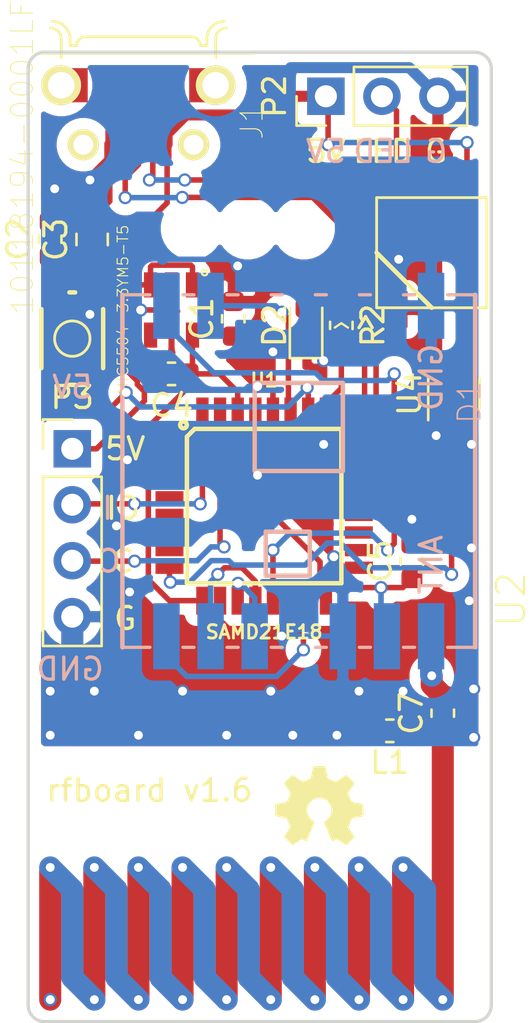
<source format=kicad_pcb>
(kicad_pcb (version 20211014) (generator pcbnew)
  (layers (0 "F.Cu" signal) (31 "B.Cu" signal) (34 "B.Paste" user) (35 "F.Paste" user) (36 "B.SilkS" user "B.Silkscreen") (37 "F.SilkS" user "F.Silkscreen") (38 "B.Mask" user) (39 "F.Mask" user) (44 "Edge.Cuts" user))
  (net 0 "")
  (net 1 "+3V3")
  (net 2 "GND")
  (net 3 "+5V")
  (net 4 "Net-(C6-Pad2)")
  (net 5 "ANTENNA")
  (net 6 "LED_EXTERNAL")
  (net 7 "Net-(D1-Pad4)")
  (net 8 "USB_D-")
  (net 9 "USB_D+")
  (net 10 "Net-(D2-Pad2)")
  (net 11 "SIMPLE_LED")
  (net 12 "LED_INTERNAL")
  (net 13 "RADIO_MOSI")
  (net 14 "RADIO_SCK")
  (net 15 "RADIO_MISO")
  (net 16 "RADIO_NSS")
  (net 17 "RESET_SW")
  (net 18 "RADIO_DIO0")
  (net 19 "ARM_SWCLK")
  (net 20 "ARM_SWDIO")
  (footprint "Capacitor_SMD:C_0805_2012Metric" (layer "F.Cu") (at 103.9 101.5 90)
    (fp_text reference "C3" (at 0 -1.65 90) (layer "F.SilkS"))
    (fp_text value "10uF")
    (pad "1" smd roundrect locked (at -0.9375 0 90) (size 0.975 1.4) (layers "F.Cu" "F.Paste" "F.Mask") (net 3 "+5V"))
    (pad "2" smd roundrect locked (at 0.9375 0 90) (size 0.975 1.4) (layers "F.Cu" "F.Paste" "F.Mask") (net 2 "GND"))
  )
  (footprint "Package_TO_SOT_SMD:SOT-353_SC-70-5" (layer "F.Cu") (at 120.3 108.5 90)
    (fp_text reference "U4" (at 0 -2 90) (layer "F.SilkS"))
    (fp_text value "74LVC1G125")
    (pad "1" smd rect locked (at -0.95 -0.65 90) (size 0.65 0.4) (layers "F.Cu" "F.Paste" "F.Mask") (net 2 "GND"))
    (pad "2" smd rect locked (at -0.95 0 90) (size 0.65 0.4) (layers "F.Cu" "F.Paste" "F.Mask") (net 12 "LED_INTERNAL"))
    (pad "3" smd rect locked (at -0.95 0.65 90) (size 0.65 0.4) (layers "F.Cu" "F.Paste" "F.Mask") (net 2 "GND"))
    (pad "4" smd rect locked (at 0.95 0.65 90) (size 0.65 0.4) (layers "F.Cu" "F.Paste" "F.Mask") (net 7 "Net-(D1-Pad4)"))
    (pad "5" smd rect locked (at 0.95 -0.65 90) (size 0.65 0.4) (layers "F.Cu" "F.Paste" "F.Mask") (net 3 "+5V"))
  )
  (footprint "Capacitor_SMD:C_0603_1608Metric" (layer "F.Cu") (at 110.3 105.1 90)
    (fp_text reference "C1" (at 0 -1.43 90) (layer "F.SilkS"))
    (fp_text value "1uF")
    (pad "1" smd roundrect locked (at -0.7875 0 90) (size 0.875 0.95) (layers "F.Cu" "F.Paste" "F.Mask") (net 1 "+3V3"))
    (pad "2" smd roundrect locked (at 0.7875 0 90) (size 0.875 0.95) (layers "F.Cu" "F.Paste" "F.Mask") (net 2 "GND"))
  )
  (footprint "Capacitor_SMD:C_0603_1608Metric" (layer "F.Cu") (at 102 101.4875 90)
    (fp_text reference "C2" (at 0 -1.43 90) (layer "F.SilkS"))
    (fp_text value "1uF")
    (pad "1" smd roundrect locked (at -0.7875 0 90) (size 0.875 0.95) (layers "F.Cu" "F.Paste" "F.Mask") (net 3 "+5V"))
    (pad "2" smd roundrect locked (at 0.7875 0 90) (size 0.875 0.95) (layers "F.Cu" "F.Paste" "F.Mask") (net 2 "GND"))
  )
  (footprint "Capacitor_SMD:C_0603_1608Metric" (layer "F.Cu") (at 107.5 107.6 180)
    (fp_text reference "C4" (at 0 -1.43) (layer "F.SilkS"))
    (fp_text value "1uF")
    (pad "1" smd roundrect locked (at -0.7875 0 180) (size 0.875 0.95) (layers "F.Cu" "F.Paste" "F.Mask") (net 1 "+3V3"))
    (pad "2" smd roundrect locked (at 0.7875 0 180) (size 0.875 0.95) (layers "F.Cu" "F.Paste" "F.Mask") (net 2 "GND"))
  )
  (footprint "Capacitor_SMD:C_0603_1608Metric" (layer "F.Cu") (at 118.4 116.1 90)
    (fp_text reference "C5" (at 0 -1.43 90) (layer "F.SilkS"))
    (fp_text value "1uF")
    (pad "1" smd roundrect locked (at -0.7875 0 90) (size 0.875 0.95) (layers "F.Cu" "F.Paste" "F.Mask") (net 1 "+3V3"))
    (pad "2" smd roundrect locked (at 0.7875 0 90) (size 0.875 0.95) (layers "F.Cu" "F.Paste" "F.Mask") (net 2 "GND"))
  )
  (footprint "Capacitor_SMD:C_0603_1608Metric" (layer "F.Cu") (at 119.8 123 90)
    (fp_text reference "C7" (at 0 -1.43 90) (layer "F.SilkS"))
    (fp_text value "1pF")
    (pad "1" smd roundrect locked (at -0.7875 0 90) (size 0.875 0.95) (layers "F.Cu" "F.Paste" "F.Mask") (net 5 "ANTENNA"))
    (pad "2" smd roundrect locked (at 0.7875 0 90) (size 0.875 0.95) (layers "F.Cu" "F.Paste" "F.Mask") (net 4 "Net-(C6-Pad2)"))
  )
  (footprint "homebrew:WS2812B" (layer "F.Cu") (at 119.3 102.1 -90)
    (fp_text reference "D1" (at 6.79196 -1.70688 90) (layer "B.SilkS") (effects (font (size 1.016 1.016) (thickness 0.0762))))
    (fp_text value "WS2812B")
    (pad "1" smd rect locked (at -2.57556 -1.59766 270) (size 1.651 0.99822) (layers "F.Cu" "F.Paste" "F.Mask") (net 3 "+5V"))
    (pad "2" smd rect locked (at -2.57556 1.59766 270) (size 1.651 0.99822) (layers "F.Cu" "F.Paste" "F.Mask") (net 6 "LED_EXTERNAL"))
    (pad "3" smd rect locked (at 2.57556 1.59766 270) (size 1.651 0.99822) (layers "F.Cu" "F.Paste" "F.Mask") (net 2 "GND"))
    (pad "4" smd rect locked (at 2.57556 -1.59766 270) (size 1.651 0.99822) (layers "F.Cu" "F.Paste" "F.Mask") (net 7 "Net-(D1-Pad4)"))
  )
  (footprint "homebrew:3_pin_2.54mm_pitch_strain_relief" (layer "F.Cu") (at 110.96 101)
    (fp_text reference "H3" hide)
    (fp_text value "STRAIN_RELIEF" hide)
    (pad "" np_thru_hole circle locked (at -2.54 0) (size 1.8 1.8) (drill 1.8) (layers *.Cu *.Mask))
    (pad "" np_thru_hole circle locked (at 0 0) (size 1.8 1.8) (drill 1.8) (layers *.Cu *.Mask))
    (pad "" np_thru_hole circle locked (at 2.54 0) (size 1.8 1.8) (drill 1.8) (layers *.Cu *.Mask))
  )
  (footprint "homebrew:FRAMATOME_10118194-0001LF_fixed_bridges" (layer "F.Cu") (at 106 94.5 180)
    (fp_text reference "J1" (at -5.14371 -1.64279 90) (layer "F.SilkS") (effects (font (size 1.0017 1.0017) (thickness 0.05))))
    (fp_text value "10118194-0001LF" (at 5.26804 -3.27689 90) (layer "F.SilkS") (effects (font (size 1.00058 1.00058) (thickness 0.05))))
    (pad "1" smd rect locked (at -1.3 -2.675) (size 0.4 1.35) (layers "F.Cu" "F.Paste" "F.Mask") (net 3 "+5V"))
    (pad "2" smd rect locked (at -0.65 -2.675) (size 0.4 1.35) (layers "F.Cu" "F.Paste" "F.Mask") (net 8 "USB_D-"))
    (pad "3" smd rect locked (at 0 -2.675) (size 0.4 1.35) (layers "F.Cu" "F.Paste" "F.Mask") (net 9 "USB_D+"))
    (pad "4" smd rect locked (at 0.65 -2.675) (size 0.4 1.35) (layers "F.Cu" "F.Paste" "F.Mask"))
    (pad "5" smd rect locked (at 1.3 -2.675) (size 0.4 1.35) (layers "F.Cu" "F.Paste" "F.Mask") (net 2 "GND"))
    (pad "P$6" thru_hole circle locked (at -2.5 -2.7 180) (size 1.408 1.408) (drill 0.9) (layers *.Cu *.Mask "F.SilkS"))
    (pad "P$7" thru_hole circle locked (at 2.5 -2.7 180) (size 1.408 1.408) (drill 0.9) (layers *.Cu *.Mask "F.SilkS"))
    (pad "P$8" thru_hole circle locked (at -3.5 0 180) (size 1.8 1.8) (drill 1.2) (layers *.Cu *.Mask "F.SilkS"))
    (pad "P$9" thru_hole circle locked (at 3.5 0 180) (size 1.8 1.8) (drill 1.2) (layers *.Cu *.Mask "F.SilkS"))
    (pad "P$10" smd rect locked (at -1 0 180) (size 1.5 1.55) (layers "F.Cu" "F.Paste" "F.Mask"))
    (pad "P$11" smd rect locked (at 1 0 180) (size 1.5 1.55) (layers "F.Cu" "F.Paste" "F.Mask"))
    (pad "P$12" smd rect locked (at -3.05 0 180) (size 1.5 1.55) (layers "F.Cu" "F.Paste" "F.Mask"))
    (pad "P$13" smd rect locked (at 3.05 0 180) (size 1.5 1.55) (layers "F.Cu" "F.Paste" "F.Mask"))
  )
  (footprint "Inductor_SMD:L_0603_1608Metric" (layer "F.Cu") (at 117.4 123.8 180)
    (fp_text reference "L1" (at 0 -1.43) (layer "F.SilkS"))
    (fp_text value "10nH")
    (pad "1" smd roundrect locked (at -0.7875 0 180) (size 0.875 0.95) (layers "F.Cu" "F.Paste" "F.Mask") (net 5 "ANTENNA"))
    (pad "2" smd roundrect locked (at 0.7875 0 180) (size 0.875 0.95) (layers "F.Cu" "F.Paste" "F.Mask") (net 2 "GND"))
  )
  (footprint "Resistor_SMD:R_0603_1608Metric" (layer "F.Cu") (at 115.2 105.4 -90)
    (fp_text reference "R2" (at 0 -1.43 90) (layer "F.SilkS"))
    (fp_text value "1k")
    (pad "1" smd roundrect locked (at -0.7875 0 270) (size 0.875 0.95) (layers "F.Cu" "F.Paste" "F.Mask") (net 10 "Net-(D2-Pad2)"))
    (pad "2" smd roundrect locked (at 0.7875 0 270) (size 0.875 0.95) (layers "F.Cu" "F.Paste" "F.Mask") (net 11 "SIMPLE_LED"))
  )
  (footprint "Sparkfun-Silicon-Standard:TQFP32-08" (layer "F.Cu") (at 111.7 113.6)
    (fp_text reference "U1" (at 0 -5.715) (layer "F.SilkS") (effects (font (size 0.6096 0.6096) (thickness 0.127))))
    (fp_text value "SAMD21E18" (at 0 5.715) (layer "F.SilkS") (effects (font (size 0.6096 0.6096) (thickness 0.127))))
    (pad "1" smd rect locked (at -4.2926 -2.79908) (size 1.27 0.5588) (layers "F.Cu" "F.Paste" "F.Mask"))
    (pad "2" smd rect locked (at -4.2926 -1.99898) (size 1.27 0.5588) (layers "F.Cu" "F.Paste" "F.Mask"))
    (pad "3" smd rect locked (at -4.2926 -1.19888) (size 1.27 0.5588) (layers "F.Cu" "F.Paste" "F.Mask"))
    (pad "4" smd rect locked (at -4.2926 -0.39878) (size 1.27 0.5588) (layers "F.Cu" "F.Paste" "F.Mask"))
    (pad "5" smd rect locked (at -4.2926 0.39878) (size 1.27 0.5588) (layers "F.Cu" "F.Paste" "F.Mask"))
    (pad "6" smd rect locked (at -4.2926 1.19888) (size 1.27 0.5588) (layers "F.Cu" "F.Paste" "F.Mask"))
    (pad "7" smd rect locked (at -4.2926 1.99898) (size 1.27 0.5588) (layers "F.Cu" "F.Paste" "F.Mask"))
    (pad "8" smd rect locked (at -4.2926 2.79908) (size 1.27 0.5588) (layers "F.Cu" "F.Paste" "F.Mask") (net 12 "LED_INTERNAL"))
    (pad "9" smd rect locked (at -2.79908 4.2926) (size 0.5588 1.27) (layers "F.Cu" "F.Paste" "F.Mask") (net 1 "+3V3"))
    (pad "10" smd rect locked (at -1.99898 4.2926) (size 0.5588 1.27) (layers "F.Cu" "F.Paste" "F.Mask") (net 2 "GND"))
    (pad "11" smd rect locked (at -1.19888 4.2926) (size 0.5588 1.27) (layers "F.Cu" "F.Paste" "F.Mask") (net 13 "RADIO_MOSI"))
    (pad "12" smd rect locked (at -0.39878 4.2926) (size 0.5588 1.27) (layers "F.Cu" "F.Paste" "F.Mask") (net 14 "RADIO_SCK"))
    (pad "13" smd rect locked (at 0.39878 4.2926) (size 0.5588 1.27) (layers "F.Cu" "F.Paste" "F.Mask") (net 15 "RADIO_MISO"))
    (pad "14" smd rect locked (at 1.19888 4.2926) (size 0.5588 1.27) (layers "F.Cu" "F.Paste" "F.Mask") (net 16 "RADIO_NSS"))
    (pad "15" smd rect locked (at 1.99898 4.2926) (size 0.5588 1.27) (layers "F.Cu" "F.Paste" "F.Mask"))
    (pad "16" smd rect locked (at 2.79908 4.2926) (size 0.5588 1.27) (layers "F.Cu" "F.Paste" "F.Mask"))
    (pad "17" smd rect locked (at 4.2926 2.79908) (size 1.27 0.5588) (layers "F.Cu" "F.Paste" "F.Mask"))
    (pad "18" smd rect locked (at 4.2926 1.99898) (size 1.27 0.5588) (layers "F.Cu" "F.Paste" "F.Mask"))
    (pad "19" smd rect locked (at 4.2926 1.19888) (size 1.27 0.5588) (layers "F.Cu" "F.Paste" "F.Mask"))
    (pad "20" smd rect locked (at 4.2926 0.39878) (size 1.27 0.5588) (layers "F.Cu" "F.Paste" "F.Mask"))
    (pad "21" smd rect locked (at 4.2926 -0.39878) (size 1.27 0.5588) (layers "F.Cu" "F.Paste" "F.Mask"))
    (pad "22" smd rect locked (at 4.2926 -1.19888) (size 1.27 0.5588) (layers "F.Cu" "F.Paste" "F.Mask"))
    (pad "23" smd rect locked (at 4.2926 -1.99898) (size 1.27 0.5588) (layers "F.Cu" "F.Paste" "F.Mask") (net 8 "USB_D-"))
    (pad "24" smd rect locked (at 4.2926 -2.79908) (size 1.27 0.5588) (layers "F.Cu" "F.Paste" "F.Mask") (net 9 "USB_D+"))
    (pad "25" smd rect locked (at 2.79908 -4.2926) (size 0.5588 1.27) (layers "F.Cu" "F.Paste" "F.Mask") (net 11 "SIMPLE_LED"))
    (pad "26" smd rect locked (at 1.99898 -4.2926) (size 0.5588 1.27) (layers "F.Cu" "F.Paste" "F.Mask") (net 17 "RESET_SW"))
    (pad "27" smd rect locked (at 1.19888 -4.2926) (size 0.5588 1.27) (layers "F.Cu" "F.Paste" "F.Mask") (net 18 "RADIO_DIO0"))
    (pad "28" smd rect locked (at 0.39878 -4.2926) (size 0.5588 1.27) (layers "F.Cu" "F.Paste" "F.Mask") (net 2 "GND"))
    (pad "29" smd rect locked (at -0.39878 -4.2926) (size 0.5588 1.27) (layers "F.Cu" "F.Paste" "F.Mask"))
    (pad "30" smd rect locked (at -1.19888 -4.2926) (size 0.5588 1.27) (layers "F.Cu" "F.Paste" "F.Mask") (net 1 "+3V3"))
    (pad "31" smd rect locked (at -1.99898 -4.2926) (size 0.5588 1.27) (layers "F.Cu" "F.Paste" "F.Mask") (net 19 "ARM_SWCLK"))
    (pad "32" smd rect locked (at -2.79908 -4.2926) (size 0.5588 1.27) (layers "F.Cu" "F.Paste" "F.Mask") (net 20 "ARM_SWDIO"))
  )
  (footprint "MIC5504-3.3YM5-T5:SOT23-5P95_280X145XL45X37N" (layer "F.Cu") (at 107.5 104.7 -90)
    (fp_text reference "U3")
    (fp_text value "MIC5504-3.3YM5-T5" (at -0.026113 2.20437 90) (layer "F.SilkS") (effects (font (size 0.482007 0.482007) (thickness 0.05))))
    (pad "1" smd rect locked (at -1.14 -0.95) (size 0.6 1.14) (layers "F.Cu" "F.Paste" "F.Mask") (net 3 "+5V"))
    (pad "2" smd rect locked (at -1.14 0) (size 0.6 1.14) (layers "F.Cu" "F.Paste" "F.Mask") (net 2 "GND"))
    (pad "3" smd rect locked (at -1.14 0.95) (size 0.6 1.14) (layers "F.Cu" "F.Paste" "F.Mask") (net 3 "+5V"))
    (pad "4" smd rect locked (at 1.14 0.95) (size 0.6 1.14) (layers "F.Cu" "F.Paste" "F.Mask"))
    (pad "5" smd rect locked (at 1.14 -0.95) (size 0.6 1.14) (layers "F.Cu" "F.Paste" "F.Mask") (net 1 "+3V3"))
  )
  (footprint "Sparkfun-Switches:TACTILE_SWITCH_SMD_4.6X2.8MM" (layer "F.Cu") (at 103 106 90)
    (fp_text reference "S1")
    (fp_text value "MOMENTARY-SWITCH-SPST-SMD-4.6X2.8MM" hide)
    (pad "1" smd rect locked (at -2.04978 0.79756 90) (size 0.89916 0.99822) (layers "F.Cu" "F.Paste" "F.Mask") (net 2 "GND"))
    (pad "2" smd rect locked (at 2.04978 0.79756 90) (size 0.89916 0.99822) (layers "F.Cu" "F.Paste" "F.Mask") (net 2 "GND"))
    (pad "3" smd rect locked (at 2.04978 -0.79756 90) (size 0.89916 0.99822) (layers "F.Cu" "F.Paste" "F.Mask") (net 17 "RESET_SW"))
    (pad "4" smd rect locked (at -2.04978 -0.79756 90) (size 0.89916 0.99822) (layers "F.Cu" "F.Paste" "F.Mask") (net 17 "RESET_SW"))
  )
  (footprint "Connector_PinHeader_2.54mm:PinHeader_1x04_P2.54mm_Vertical" (layer "F.Cu") (at 103 111)
    (fp_text reference "P3" (at 0 -2.33) (layer "F.SilkS"))
    (fp_text value "CONN_01X04" hide)
    (pad "1" thru_hole rect locked (at 0 0) (size 1.7 1.7) (drill 1) (layers *.Cu *.Mask) (net 3 "+5V"))
    (pad "2" thru_hole oval locked (at 0 2.54) (size 1.7 1.7) (drill 1) (layers *.Cu *.Mask) (net 20 "ARM_SWDIO"))
    (pad "3" thru_hole oval locked (at 0 5.08) (size 1.7 1.7) (drill 1) (layers *.Cu *.Mask) (net 19 "ARM_SWCLK"))
    (pad "4" thru_hole oval locked (at 0 7.62) (size 1.7 1.7) (drill 1) (layers *.Cu *.Mask) (net 2 "GND"))
  )
  (footprint "LED_SMD:LED_0603_1608Metric" (layer "F.Cu") (at 113.6 105.4 90)
    (fp_text reference "D2" (at 0 -1.43 90) (layer "F.SilkS"))
    (fp_text value "LED")
    (pad "1" smd roundrect locked (at -0.7875 0 90) (size 0.875 0.95) (layers "F.Cu" "F.Paste" "F.Mask") (net 2 "GND"))
    (pad "2" smd roundrect locked (at 0.7875 0 90) (size 0.875 0.95) (layers "F.Cu" "F.Paste" "F.Mask") (net 10 "Net-(D2-Pad2)"))
  )
  (footprint "Connector_PinHeader_2.54mm:PinHeader_1x03_P2.54mm_Vertical" (layer "F.Cu") (at 114.5 95 90)
    (fp_text reference "P2" (at 0 -2.33 90) (layer "F.SilkS"))
    (fp_text value "CONN_01X03" hide)
    (pad "1" thru_hole rect locked (at 0 0 90) (size 1.7 1.7) (drill 1) (layers *.Cu *.Mask) (net 3 "+5V"))
    (pad "2" thru_hole oval locked (at 0 2.54 90) (size 1.7 1.7) (drill 1) (layers *.Cu *.Mask) (net 6 "LED_EXTERNAL"))
    (pad "3" thru_hole oval locked (at 0 5.08 90) (size 1.7 1.7) (drill 1) (layers *.Cu *.Mask) (net 2 "GND"))
  )
  (footprint "homebrew:OSHW_LOGO_4mm" (layer "F.Cu") (at 114.2 127.2)
    (fp_text reference "G***" hide)
    (fp_text value "OSHW_LOGO_4mm" hide)
  )
  (footprint "homebrew:RFM69CW-minimalpads" (layer "B.Cu") (at 113.27 112.01 90)
    (fp_text reference "U2" (at -5.82422 9.63422 90) (layer "F.SilkS") (effects (font (size 1.27 1.27) (thickness 0.1016))))
    (fp_text value "RFM69CW-915MHZ" hide)
    (fp_text user "GND" (at 4.25 6 90) (layer "B.SilkS") (effects (justify mirror)))
    (fp_text user "ANT" (at -4.25 6 90) (layer "B.SilkS") (effects (justify mirror)))
    (pad "1" smd rect locked (at -7.49808 5.99948 90) (size 2.99974 1.19888) (layers "B.Cu" "B.Paste" "B.Mask") (net 4 "Net-(C6-Pad2)"))
    (pad "2" smd rect locked (at -7.49808 3.99796 90) (size 2.99974 1.19888) (layers "B.Cu" "B.Paste" "B.Mask") (net 1 "+3V3"))
    (pad "3" smd rect locked (at -7.49808 1.99898 90) (size 2.99974 1.19888) (layers "B.Cu" "B.Paste" "B.Mask") (net 2 "GND"))
    (pad "5" smd rect locked (at -7.49808 -1.99898 90) (size 2.99974 1.19888) (layers "B.Cu" "B.Paste" "B.Mask") (net 13 "RADIO_MOSI"))
    (pad "6" smd rect locked (at -7.49808 -3.99796 90) (size 2.99974 1.19888) (layers "B.Cu" "B.Paste" "B.Mask") (net 14 "RADIO_SCK"))
    (pad "7" smd rect locked (at -7.49808 -5.99948 90) (size 2.99974 1.19888) (layers "B.Cu" "B.Paste" "B.Mask") (net 16 "RADIO_NSS"))
    (pad "8" smd rect locked (at 7.49808 -5.99948 90) (size 2.99974 1.19888) (layers "B.Cu" "B.Paste" "B.Mask") (net 15 "RADIO_MISO"))
    (pad "9" smd rect locked (at 7.49808 -3.99796 90) (size 2.99974 1.19888) (layers "B.Cu" "B.Paste" "B.Mask") (net 18 "RADIO_DIO0"))
    (pad "14" smd rect locked (at 7.49808 5.99948 90) (size 2.99974 1.19888) (layers "B.Cu" "B.Paste" "B.Mask") (net 2 "GND"))
  )
  (gr_line (start 116.3 105) (end 116.6 105.5) (layer "F.SilkS") (width 0.15))
  (gr_line (start 115.2 105.3) (end 115.5 105.5) (layer "F.SilkS") (width 0.1016))
  (gr_line (start 116 105.5) (end 116.3 105) (layer "F.SilkS") (width 0.15))
  (gr_line (start 114.9 105.5) (end 115.2 105.3) (layer "F.SilkS") (width 0.1016))
  (gr_line (start 101.75 137) (end 121.25 137) (layer "Edge.Cuts") (width 0.15))
  (gr_arc (start 101.75 137) (mid 101.21967 136.78033) (end 101 136.25) (layer "Edge.Cuts") (width 0.15))
  (gr_arc (start 121.25 93) (mid 121.78033 93.21967) (end 122 93.75) (layer "Edge.Cuts") (width 0.15))
  (gr_arc (start 122 136.25) (mid 121.78033 136.78033) (end 121.25 137) (layer "Edge.Cuts") (width 0.15))
  (gr_line (start 101 93.75) (end 101 136.25) (layer "Edge.Cuts") (width 0.15))
  (gr_line (start 121.25 93) (end 101.75 93) (layer "Edge.Cuts") (width 0.15))
  (gr_line (start 122 136.25) (end 122 93.75) (layer "Edge.Cuts") (width 0.15))
  (gr_arc (start 101 93.75) (mid 101.21967 93.21967) (end 101.75 93) (layer "Edge.Cuts") (width 0.15))
  (gr_text "5V" (at 103 108.2) (layer "B.SilkS") (effects (font (size 1 1)) (justify mirror)))
  (gr_text "I" (at 104.6 113.7) (layer "B.SilkS") (effects (font (size 1 1)) (justify mirror)))
  (gr_text "C" (at 104.7 116.1) (layer "B.SilkS") (effects (font (size 1 1)) (justify mirror)))
  (gr_text "GND" (at 102.9 121) (layer "B.SilkS") (effects (font (size 1 1)) (justify mirror)))
  (gr_text "5V" (at 114.5 97.5) (layer "B.SilkS") (effects (font (size 1 1)) (justify mirror)))
  (gr_text "LED" (at 117.1 97.5) (layer "B.SilkS") (effects (font (size 1 1)) (justify mirror)))
  (gr_text "G" (at 119.5 97.5) (layer "B.SilkS") (effects (font (size 1 1)) (justify mirror)))
  (gr_text "G" (at 105.4 118.7) (layer "F.SilkS") (effects (font (size 1 1))))
  (gr_text "IO" (at 105.3 113.7) (layer "F.SilkS") (effects (font (size 1 1))))
  (gr_text "C" (at 105.3 116.1) (layer "F.SilkS") (effects (font (size 1 1))))
  (gr_text "5V" (at 105.4 111) (layer "F.SilkS") (effects (font (size 1 1))))
  (gr_text "5V" (at 114.5 97.5) (layer "F.SilkS") (effects (font (size 1 1))))
  (gr_text "rfboard v1.6" (at 106.5 126.5) (layer "F.SilkS") (effects (font (size 1 1))))
  (gr_text "LED" (at 117.1 97.5) (layer "F.SilkS") (effects (font (size 1 1))))
  (gr_text "G" (at 119.5 97.5) (layer "F.SilkS") (effects (font (size 1 1))))
  (segment (start 114.234597 116.599521) (end 114.234597 116.130515) (width 0.25) (layer "F.Cu") (net 1))
  (segment (start 108.2875 107.6) (end 108.2875 108.175) (width 0.25) (layer "F.Cu") (net 1))
  (segment (start 108.2875 108.175) (end 106.448399 110.014101) (width 0.25) (layer "F.Cu") (net 1))
  (segment (start 110.50112 112.397038) (end 110.50112 110.1924) (width 0.25) (layer "F.Cu") (net 1))
  (segment (start 106.448399 110.014101) (end 106.448399 116.937681) (width 0.25) (layer "F.Cu") (net 1))
  (segment (start 108.45 105.84) (end 110.2525 105.84) (width 0.25) (layer "F.Cu") (net 1))
  (segment (start 115.404082 117.3) (end 115.028083 116.924001) (width 0.25) (layer "F.Cu") (net 1))
  (segment (start 108.2875 107.6) (end 109.67872 107.6) (width 0.25) (layer "F.Cu") (net 1))
  (segment (start 115.028083 116.924001) (end 114.559077 116.924001) (width 0.25) (layer "F.Cu") (net 1))
  (segment (start 117 117.724264) (end 117 117.3) (width 0.25) (layer "F.Cu") (net 1))
  (segment (start 117.9875 117.3) (end 118.4 116.8875) (width 0.25) (layer "F.Cu") (net 1))
  (segment (start 110.50112 110.1924) (end 110.50112 109.3074) (width 0.25) (layer "F.Cu") (net 1))
  (segment (start 108.37152 117.8926) (end 108.90092 117.8926) (width 0.25) (layer "F.Cu") (net 1))
  (segment (start 106.448399 116.937681) (end 107.403318 117.8926) (width 0.25) (layer "F.Cu") (net 1))
  (segment (start 108.45 105.84) (end 108.45 107.4375) (width 0.25) (layer "F.Cu") (net 1))
  (segment (start 108.45 107.4375) (end 108.2875 107.6) (width 0.25) (layer "F.Cu") (net 1))
  (segment (start 114.234597 116.130515) (end 110.50112 112.397038) (width 0.25) (layer "F.Cu") (net 1))
  (segment (start 109.67872 107.6) (end 110.50112 108.4224) (width 0.25) (layer "F.Cu") (net 1))
  (segment (start 107.403318 117.8926) (end 108.37152 117.8926) (width 0.25) (layer "F.Cu") (net 1))
  (segment (start 117 117.3) (end 117.9875 117.3) (width 0.25) (layer "F.Cu") (net 1))
  (segment (start 114.559077 116.924001) (end 114.234597 116.599521) (width 0.25) (layer "F.Cu") (net 1))
  (segment (start 110.50112 108.4224) (end 110.50112 109.3074) (width 0.25) (layer "F.Cu") (net 1))
  (segment (start 110.2525 105.84) (end 110.3 105.8875) (width 0.25) (layer "F.Cu") (net 1))
  (segment (start 117 117.3) (end 115.404082 117.3) (width 0.25) (layer "F.Cu") (net 1))
  (via (at 117 117.3) (size 0.6) (drill 0.4) (layers "F.Cu" "B.Cu") (net 1))
  (segment (start 117 117.3) (end 117 119.24012) (width 0.25) (layer "B.Cu") (net 1))
  (segment (start 117 119.24012) (end 117.26796 119.50808) (width 0.25) (layer "B.Cu") (net 1))
  (segment (start 120.95 108.875) (end 120.95 109.45) (width 0.25) (layer "F.Cu") (net 2))
  (segment (start 112.09878 109.3074) (end 112.09878 106.60122) (width 0.25) (layer "F.Cu") (net 2))
  (segment (start 119.724001 108.800999) (end 120.875999 108.800999) (width 0.25) (layer "F.Cu") (net 2))
  (segment (start 105.7 111.3) (end 105.5 111.5) (width 0.25) (layer "F.Cu") (net 2))
  (segment (start 112.09878 109.3074) (end 112.09878 108.4224) (width 0.25) (layer "F.Cu") (net 2))
  (segment (start 119.65 109.45) (end 119.65 110.25) (width 0.25) (layer "F.Cu") (net 2))
  (segment (start 112.09878 108.4224) (end 111.849778 108.173398) (width 0.25) (layer "F.Cu") (net 2))
  (segment (start 120.875999 108.800999) (end 120.95 108.875) (width 0.25) (layer "F.Cu") (net 2))
  (segment (start 114.859154 115.901929) (end 111.4 112.442775) (width 0.25) (layer "F.Cu") (net 2))
  (segment (start 105.800001 106.687501) (end 106.250888 107.138388) (width 0.25) (layer "F.Cu") (net 2))
  (segment (start 118.4 115.3125) (end 118.4 114.2) (width 0.25) (layer "F.Cu") (net 2))
  (segment (start 104.7 97.175) (end 104.7 99.7625) (width 0.25) (layer "F.Cu") (net 2))
  (segment (start 107.5 103.56) (end 107.5 104.38) (width 0.25) (layer "F.Cu") (net 2))
  (segment (start 119.65 109.45) (end 119.65 108.875) (width 0.25) (layer "F.Cu") (net 2))
  (segment (start 106.1 104.7) (end 105.800001 104.999999) (width 0.25) (layer "F.Cu") (net 2))
  (segment (start 111.4 112.442775) (end 111.4 112.2) (width 0.25) (layer "F.Cu") (net 2))
  (segment (start 103.9 100.5625) (end 102.1375 100.5625) (width 0.25) (layer "F.Cu") (net 2))
  (segment (start 117.70234 104.67556) (end 117.70234 102.49766) (width 0.25) (layer "F.Cu") (net 2))
  (segment (start 112.09878 106.60122) (end 112.1 106.6) (width 0.25) (layer "F.Cu") (net 2))
  (segment (start 110.3 102.9) (end 110.5 102.7) (width 0.25) (layer "F.Cu") (net 2))
  (segment (start 119.65 110.25) (end 119.5 110.4) (width 0.25) (layer "F.Cu") (net 2))
  (segment (start 109.70102 118.7776) (end 110.42342 119.5) (width 0.25) (layer "F.Cu") (net 2))
  (segment (start 104.7 97.175) (end 104.7 97.9) (width 0.5) (layer "F.Cu") (net 2))
  (segment (start 113.6 106.2) (end 114.4 107) (width 0.25) (layer "F.Cu") (net 2))
  (segment (start 105.800001 104.999999) (end 105.800001 106.687501) (width 0.25) (layer "F.Cu") (net 2))
  (segment (start 111.849778 108.173398) (end 111.4 108.173398) (width 0.25) (layer "F.Cu") (net 2))
  (segment (start 110.3 104.3125) (end 110.3 102.9) (width 0.25) (layer "F.Cu") (net 2))
  (segment (start 117.70234 102.49766) (end 117.8 102.4) (width 0.25) (layer "F.Cu") (net 2))
  (segment (start 110.42342 119.5) (end 112.5 119.5) (width 0.25) (layer "F.Cu") (net 2))
  (segment (start 103.79756 104.89756) (end 103.8 104.9) (width 0.25) (layer "F.Cu") (net 2))
  (segment (start 102.1375 100.5625) (end 102 100.7) (width 0.25) (layer "F.Cu") (net 2))
  (segment (start 103 119.822081) (end 103 122.8) (width 1) (layer "F.Cu") (net 2))
  (segment (start 103.79756 103.95022) (end 103.79756 104.89756) (width 0.25) (layer "F.Cu") (net 2))
  (segment (start 106.250888 107.138388) (end 106.7125 107.6) (width 0.25) (layer "F.Cu") (net 2))
  (segment (start 103 118.62) (end 103 119.822081) (width 1) (layer "F.Cu") (net 2))
  (segment (start 103.8 104.9) (end 103.8 108.04734) (width 0.25) (layer "F.Cu") (net 2))
  (segment (start 104.7 97.9) (end 103.8 98.8) (width 0.5) (layer "F.Cu") (net 2))
  (segment (start 119.65 108.875) (end 119.724001 108.800999) (width 0.25) (layer "F.Cu") (net 2))
  (segment (start 104.7 99.7625) (end 103.9 100.5625) (width 0.25) (layer "F.Cu") (net 2))
  (segment (start 107.5 104.38) (end 107.18 104.7) (width 0.25) (layer "F.Cu") (net 2))
  (segment (start 109.70102 117.8926) (end 109.70102 118.7776) (width 0.25) (layer "F.Cu") (net 2))
  (segment (start 113.6 106.1875) (end 113.6 106.2) (width 0.25) (layer "F.Cu") (net 2))
  (segment (start 107.18 104.7) (end 106.1 104.7) (width 0.25) (layer "F.Cu") (net 2))
  (segment (start 103.8 108.04734) (end 103.79756 108.04978) (width 0.25) (layer "F.Cu") (net 2))
  (via (at 108 122) (size 0.6) (drill 0.4) (layers "F.Cu" "B.Cu") (net 2))
  (via (at 121 117.9) (size 0.6) (drill 0.4) (layers "F.Cu" "B.Cu") (net 2))
  (via (at 117.8 102.4) (size 0.6) (drill 0.4) (layers "F.Cu" "B.Cu") (net 2))
  (via (at 121.2 124.1) (size 0.6) (drill 0.4) (layers "F.Cu" "B.Cu") (net 2))
  (via (at 121.1 110.8) (size 0.6) (drill 0.4) (layers "F.Cu" "B.Cu") (net 2))
  (via (at 115 124) (size 0.6) (drill 0.4) (layers "F.Cu" "B.Cu") (net 2))
  (via (at 121.1 115.5) (size 0.6) (drill 0.4) (layers "F.Cu" "B.Cu") (net 2))
  (via (at 114.4 110.8) (size 0.6) (drill 0.4) (layers "F.Cu" "B.Cu") (net 2))
  (via (at 121.2 121.9) (size 0.6) (drill 0.4) (layers "F.Cu" "B.Cu") (net 2))
  (via (at 106.1 104.7) (size 0.6) (drill 0.4) (layers "F.Cu" "B.Cu") (net 2))
  (via (at 112 122) (size 0.6) (drill 0.4) (layers "F.Cu" "B.Cu") (net 2))
  (via (at 105.5 111.5) (size 0.6) (drill 0.4) (layers "F.Cu" "B.Cu") (net 2))
  (via (at 118 122) (size 0.6) (drill 0.4) (layers "F.Cu" "B.Cu") (net 2))
  (via (at 105 114.5) (size 0.6) (drill 0.4) (layers "F.Cu" "B.Cu") (net 2))
  (via (at 119.5 110.4) (size 0.6) (drill 0.4) (layers "F.Cu" "B.Cu") (net 2))
  (via (at 103.8 98.8) (size 0.6) (drill 0.4) (layers "F.Cu" "B.Cu") (net 2))
  (via (at 113 124) (size 0.6) (drill 0.4) (layers "F.Cu" "B.Cu") (net 2))
  (via (at 112.1 106.6) (size 0.6) (drill 0.4) (layers "F.Cu" "B.Cu") (net 2))
  (via (at 114.4 107) (size 0.6) (drill 0.4) (layers "F.Cu" "B.Cu") (net 2))
  (via (at 111.4 112.2) (size 0.6) (drill 0.4) (layers "F.Cu" "B.Cu") (net 2))
  (via (at 102 124) (size 0.6) (drill 0.4) (layers "F.Cu" "B.Cu") (net 2))
  (via (at 116 122) (size 0.6) (drill 0.4) (layers "F.Cu" "B.Cu") (net 2))
  (via (at 111.4 108.173398) (size 0.6) (drill 0.4) (layers "F.Cu" "B.Cu") (net 2))
  (via (at 105.6 117.5) (size 0.6) (drill 0.4) (layers "F.Cu" "B.Cu") (net 2))
  (via (at 118.4 114.2) (size 0.6) (drill 0.4) (layers "F.Cu" "B.Cu") (net 2))
  (via (at 106 124) (size 0.6) (drill 0.4) (layers "F.Cu" "B.Cu") (net 2))
  (via (at 110.5 102.7) (size 0.6) (drill 0.4) (layers "F.Cu" "B.Cu") (net 2))
  (via (at 110 124) (size 0.6) (drill 0.4) (layers "F.Cu" "B.Cu") (net 2))
  (via (at 102 122) (size 0.6) (drill 0.4) (layers "F.Cu" "B.Cu") (net 2))
  (via (at 102.2 99.2) (size 0.6) (drill 0.4) (layers "F.Cu" "B.Cu") (net 2))
  (via (at 114.859154 115.901929) (size 0.6) (drill 0.4) (layers "F.Cu" "B.Cu") (net 2))
  (via (at 112.5 119.5) (size 0.6) (drill 0.4) (layers "F.Cu" "B.Cu") (net 2))
  (via (at 103.8 104.9) (size 0.6) (drill 0.4) (layers "F.Cu" "B.Cu") (net 2))
  (via (at 104 122) (size 0.6) (drill 0.4) (layers "F.Cu" "B.Cu") (net 2))
  (segment (start 111.4 108.173398) (end 110.975736 108.173398) (width 0.25) (layer "B.Cu") (net 2))
  (segment (start 118.280999 93.700999) (end 112.899001 93.700999) (width 0.5) (layer "B.Cu") (net 2))
  (segment (start 115.26898 119.50808) (end 115.26898 116.311755) (width 0.25) (layer "B.Cu") (net 2))
  (segment (start 103 119.822081) (end 103 122.8) (width 1) (layer "B.Cu") (net 2))
  (segment (start 103 118.62) (end 103 119.822081) (width 1) (layer "B.Cu") (net 2))
  (segment (start 115.2609 119.5) (end 115.26898 119.50808) (width 0.25) (layer "B.Cu") (net 2))
  (segment (start 110.200001 102.400001) (end 107.100001 102.400001) (width 0.25) (layer "B.Cu") (net 2))
  (segment (start 119.58 95) (end 118.280999 93.700999) (width 0.5) (layer "B.Cu") (net 2))
  (segment (start 115.26898 116.311755) (end 114.859154 115.901929) (width 0.25) (layer "B.Cu") (net 2))
  (segment (start 110.975736 108.173398) (end 110.849134 108.3) (width 0.25) (layer "B.Cu") (net 2))
  (segment (start 110.5 102.7) (end 110.200001 102.400001) (width 0.25) (layer "B.Cu") (net 2))
  (segment (start 112.5 119.5) (end 115.2609 119.5) (width 0.25) (layer "B.Cu") (net 2))
  (segment (start 107.100001 102.400001) (end 106.7 102) (width 0.5) (layer "B.Cu") (net 2))
  (segment (start 106.1 104.7) (end 105.7 104.3) (width 0.5) (layer "B.Cu") (net 2))
  (segment (start 112.300999 95.849001) (end 113.15 95) (width 0.5) (layer "F.Cu") (net 3))
  (segment (start 106.268928 108.831072) (end 106.268928 108.39901) (width 0.25) (layer "F.Cu") (net 3))
  (segment (start 106.55 102.74) (end 106.624001 102.665999) (width 0.25) (layer "F.Cu") (net 3))
  (segment (start 103.7375 102.275) (end 103.9 102.4375) (width 0.25) (layer "F.Cu") (net 3))
  (segment (start 113.15 95) (end 114.5 95) (width 0.5) (layer "F.Cu") (net 3))
  (segment (start 104.1 111) (end 106.268928 108.831072) (width 0.25) (layer "F.Cu") (net 3))
  (segment (start 104.7 102.4375) (end 103.9 102.4375) (width 0.25) (layer "F.Cu") (net 3))
  (segment (start 107.3 97.175) (end 107.3 99.8375) (width 0.25) (layer "F.Cu") (net 3))
  (segment (start 108.150999 95.849001) (end 112.300999 95.849001) (width 0.5) (layer "F.Cu") (net 3))
  (segment (start 107.3 97.175) (end 107.3 96.7) (width 0.5) (layer "F.Cu") (net 3))
  (segment (start 105.0225 106.998978) (end 105.0225 103.56) (width 0.25) (layer "F.Cu") (net 3))
  (segment (start 106.268928 108.39901) (end 105.95099 108.081072) (width 0.25) (layer "F.Cu") (net 3))
  (segment (start 120.89766 99.52444) (end 120.89766 97.10234) (width 0.25) (layer "F.Cu") (net 3))
  (segment (start 106.624001 102.665999) (end 108.375999 102.665999) (width 0.25) (layer "F.Cu") (net 3))
  (segment (start 108.375999 102.665999) (end 108.45 102.74) (width 0.25) (layer "F.Cu") (net 3))
  (segment (start 114.6 97.2) (end 114.6 95.1) (width 0.25) (layer "F.Cu") (net 3))
  (segment (start 106.55 103.56) (end 106.55 102.74) (width 0.25) (layer "F.Cu") (net 3))
  (segment (start 107.3 96.7) (end 108.150999 95.849001) (width 0.5) (layer "F.Cu") (net 3))
  (segment (start 102 102.275) (end 103.7375 102.275) (width 0.25) (layer "F.Cu") (net 3))
  (segment (start 119.65 107.55) (end 119.65 100.02299) (width 0.25) (layer "F.Cu") (net 3))
  (segment (start 103 111) (end 104.1 111) (width 0.25) (layer "F.Cu") (net 3))
  (segment (start 114.6 95.1) (end 114.5 95) (width 0.25) (layer "F.Cu") (net 3))
  (segment (start 105.95099 108.081072) (end 105.95099 107.927468) (width 0.25) (layer "F.Cu") (net 3))
  (segment (start 103.9 102.4375) (end 105.0225 103.56) (width 0.25) (layer "F.Cu") (net 3))
  (segment (start 105.0225 103.56) (end 106.55 103.56) (width 0.25) (layer "F.Cu") (net 3))
  (segment (start 108.45 102.74) (end 108.45 103.56) (width 0.25) (layer "F.Cu") (net 3))
  (segment (start 107.3 99.8375) (end 104.7 102.4375) (width 0.25) (layer "F.Cu") (net 3))
  (segment (start 119.65 100.02299) (end 120.14855 99.52444) (width 0.25) (layer "F.Cu") (net 3))
  (segment (start 105.95099 107.927468) (end 105.0225 106.998978) (width 0.25) (layer "F.Cu") (net 3))
  (segment (start 120.89766 97.10234) (end 120.9 97.1) (width 0.25) (layer "F.Cu") (net 3))
  (segment (start 120.14855 99.52444) (end 120.89766 99.52444) (width 0.25) (layer "F.Cu") (net 3))
  (via (at 120.9 97.1) (size 0.6) (drill 0.4) (layers "F.Cu" "B.Cu") (net 3))
  (via (at 114.6 97.2) (size 0.6) (drill 0.4) (layers "F.Cu" "B.Cu") (net 3))
  (segment (start 114.7 97.1) (end 114.6 97.2) (width 0.25) (layer "B.Cu") (net 3))
  (segment (start 120.9 97.1) (end 114.7 97.1) (width 0.25) (layer "B.Cu") (net 3))
  (segment (start 119.3 121.7125) (end 119.8 122.2125) (width 1) (layer "F.Cu") (net 4))
  (segment (start 119.3 121.3) (end 119.3 121.7125) (width 1) (layer "F.Cu") (net 4))
  (via (at 119.3 121.3) (size 0.6) (drill 0.4) (layers "F.Cu" "B.Cu") (net 4))
  (segment (start 119.26948 119.50808) (end 119.26948 120.40851) (width 1) (layer "B.Cu") (net 4))
  (segment (start 119.26948 121.26948) (end 119.3 121.3) (width 1) (layer "B.Cu") (net 4))
  (segment (start 119.26948 119.50808) (end 119.26948 121.26948) (width 1) (layer "B.Cu") (net 4))
  (segment (start 118.2 123.7875) (end 118.1875 123.8) (width 0.25) (layer "F.Cu") (net 5))
  (segment (start 119.8 123.7875) (end 118.2 123.7875) (width 1) (layer "F.Cu") (net 5))
  (segment (start 104 130) (end 104 136) (width 1) (layer "F.Cu") (net 5))
  (segment (start 112 130) (end 112 136) (width 1) (layer "F.Cu") (net 5))
  (segment (start 116 130) (end 116 136) (width 1) (layer "F.Cu") (net 5))
  (segment (start 118 130) (end 118 136) (width 1) (layer "F.Cu") (net 5))
  (segment (start 110 130) (end 110 136) (width 1) (layer "F.Cu") (net 5))
  (segment (start 119.8 123.7875) (end 119.8 136) (width 1) (layer "F.Cu") (net 5))
  (segment (start 114 130) (end 114 136) (width 1) (layer "F.Cu") (net 5))
  (segment (start 106 130) (end 106 136) (width 1) (layer "F.Cu") (net 5))
  (segment (start 102 130) (end 102 136) (width 1) (layer "F.Cu") (net 5))
  (segment (start 108 130) (end 108 136) (width 1) (layer "F.Cu") (net 5))
  (via (at 110 130) (size 0.6) (drill 0.4) (layers "F.Cu" "B.Cu") (net 5))
  (via (at 119.8 136) (size 0.6) (drill 0.4) (layers "F.Cu" "B.Cu") (net 5))
  (via (at 106 130) (size 0.6) (drill 0.4) (layers "F.Cu" "B.Cu") (net 5))
  (via (at 102 130) (size 0.6) (drill 0.4) (layers "F.Cu" "B.Cu") (net 5))
  (via (at 108 136) (size 0.6) (drill 0.4) (layers "F.Cu" "B.Cu") (net 5))
  (via (at 114 130) (size 0.6) (drill 0.4) (layers "F.Cu" "B.Cu") (net 5))
  (via (at 118 136) (size 0.6) (drill 0.4) (layers "F.Cu" "B.Cu") (net 5))
  (via (at 114 136) (size 0.6) (drill 0.4) (layers "F.Cu" "B.Cu") (net 5))
  (via (at 118 130) (size 0.6) (drill 0.4) (layers "F.Cu" "B.Cu") (net 5))
  (via (at 116 136) (size 0.6) (drill 0.4) (layers "F.Cu" "B.Cu") (net 5))
  (via (at 102 136) (size 0.6) (drill 0.4) (layers "F.Cu" "B.Cu") (net 5))
  (via (at 104 136) (size 0.6) (drill 0.4) (layers "F.Cu" "B.Cu") (net 5))
  (via (at 116 130) (size 0.6) (drill 0.4) (layers "F.Cu" "B.Cu") (net 5))
  (via (at 112 130) (size 0.6) (drill 0.4) (layers "F.Cu" "B.Cu") (net 5))
  (via (at 106 136) (size 0.6) (drill 0.4) (layers "F.Cu" "B.Cu") (net 5))
  (via (at 112 136) (size 0.6) (drill 0.4) (layers "F.Cu" "B.Cu") (net 5))
  (via (at 104 130) (size 0.6) (drill 0.4) (layers "F.Cu" "B.Cu") (net 5))
  (via (at 110 136) (size 0.6) (drill 0.4) (layers "F.Cu" "B.Cu") (net 5))
  (via (at 108 130) (size 0.6) (drill 0.4) (layers "F.Cu" "B.Cu") (net 5))
  (segment (start 115 135) (end 115 131) (width 1) (layer "B.Cu") (net 5))
  (segment (start 119 131) (end 118 130) (width 1) (layer "B.Cu") (net 5))
  (segment (start 119.8 136) (end 119 135.2) (width 1) (layer "B.Cu") (net 5))
  (segment (start 117 131) (end 116 130) (width 1) (layer "B.Cu") (net 5))
  (segment (start 104 136) (end 103 135) (width 1) (layer "B.Cu") (net 5))
  (segment (start 103 131) (end 102 130) (width 1) (layer "B.Cu") (net 5))
  (segment (start 117 135) (end 117 131) (width 1) (layer "B.Cu") (net 5))
  (segment (start 109 131) (end 108 130) (width 1) (layer "B.Cu") (net 5))
  (segment (start 115 131) (end 114 130) (width 1) (layer "B.Cu") (net 5))
  (segment (start 103 135) (end 103 131) (width 1) (layer "B.Cu") (net 5))
  (segment (start 111 135) (end 111 131) (width 1) (layer "B.Cu") (net 5))
  (segment (start 113 131) (end 112 130) (width 1) (layer "B.Cu") (net 5))
  (segment (start 111 131) (end 110 130) (width 1) (layer "B.Cu") (net 5))
  (segment (start 113 135) (end 113 131) (width 1) (layer "B.Cu") (net 5))
  (segment (start 105 135) (end 105 131) (width 1) (layer "B.Cu") (net 5))
  (segment (start 106 136) (end 105 135) (width 1) (layer "B.Cu") (net 5))
  (segment (start 107 135) (end 107 131) (width 1) (layer "B.Cu") (net 5))
  (segment (start 105 131) (end 104 130) (width 1) (layer "B.Cu") (net 5))
  (segment (start 116 136) (end 115 135) (width 1) (layer "B.Cu") (net 5))
  (segment (start 118 136) (end 117 135) (width 1) (layer "B.Cu") (net 5))
  (segment (start 108 136) (end 107 135) (width 1) (layer "B.Cu") (net 5))
  (segment (start 109 135) (end 109 131) (width 1) (layer "B.Cu") (net 5))
  (segment (start 107 131) (end 106 130) (width 1) (layer "B.Cu") (net 5))
  (segment (start 112 136) (end 111 135) (width 1) (layer "B.Cu") (net 5))
  (segment (start 110 136) (end 109 135) (width 1) (layer "B.Cu") (net 5))
  (segment (start 119 135.2) (end 119 131) (width 1) (layer "B.Cu") (net 5))
  (segment (start 114 136) (end 113 135) (width 1) (layer "B.Cu") (net 5))
  (segment (start 117.70234 99.52444) (end 117.70234 95.66234) (width 0.25) (layer "F.Cu") (net 6))
  (segment (start 117.70234 95.66234) (end 117.04 95) (width 0.25) (layer "F.Cu") (net 6))
  (segment (start 120.95 107.55) (end 120.95 104.7279) (width 0.25) (layer "F.Cu") (net 7))
  (segment (start 120.95 104.7279) (end 120.89766 104.67556) (width 0.25) (layer "F.Cu") (net 7))
  (segment (start 116.879229 106.897249) (end 116.775999 107.000479) (width 0.25) (layer "F.Cu") (net 8))
  (segment (start 116.951601 110.262319) (end 116.951601 111.527019) (width 0.25) (layer "F.Cu") (net 8))
  (segment (start 116.879229 99.803493) (end 116.879229 106.897249) (width 0.25) (layer "F.Cu") (net 8))
  (segment (start 116.775999 107.000479) (end 116.775999 110.086717) (width 0.25) (layer "F.Cu") (net 8))
  (segment (start 113.746518 98.8) (end 108.1 98.8) (width 0.25) (layer "F.Cu") (net 8))
  (segment (start 114.750011 99.803493) (end 113.746518 98.8) (width 0.25) (layer "F.Cu") (net 8))
  (segment (start 116.8776 111.60102) (end 115.9926 111.60102) (width 0.25) (layer "F.Cu") (net 8))
  (segment (start 106.65 97.175) (end 106.65 98.65) (width 0.25) (layer "F.Cu") (net 8))
  (segment (start 116.951601 111.527019) (end 116.8776 111.60102) (width 0.25) (layer "F.Cu") (net 8))
  (segment (start 116.879229 99.803493) (end 114.750011 99.803493) (width 0.25) (layer "F.Cu") (net 8))
  (segment (start 106.65 98.65) (end 106.5 98.8) (width 0.25) (layer "F.Cu") (net 8))
  (segment (start 116.775999 110.086717) (end 116.951601 110.262319) (width 0.25) (layer "F.Cu") (net 8))
  (via (at 106.5 98.8) (size 0.6) (drill 0.4) (layers "F.Cu" "B.Cu") (net 8))
  (via (at 108.1 98.8) (size 0.6) (drill 0.4) (layers "F.Cu" "B.Cu") (net 8))
  (segment (start 108.1 98.8) (end 106.5 98.8) (width 0.25) (layer "B.Cu") (net 8))
  (segment (start 113.902504 99.590982) (end 108.411267 99.590982) (width 0.25) (layer "F.Cu") (net 9))
  (segment (start 105.4 99.6) (end 105.4 98.7) (width 0.25) (layer "F.Cu") (net 9))
  (segment (start 115.9926 110.80092) (end 115.9926 110.27152) (width 0.25) (layer "F.Cu") (net 9))
  (segment (start 116.255219 110.008901) (end 116.255219 101.943697) (width 0.25) (layer "F.Cu") (net 9))
  (segment (start 108.411267 99.590982) (end 107.987003 99.590982) (width 0.25) (layer "F.Cu") (net 9))
  (segment (start 106 98.1) (end 106 97.175) (width 0.25) (layer "F.Cu") (net 9))
  (segment (start 115.9926 110.27152) (end 116.255219 110.008901) (width 0.25) (layer "F.Cu") (net 9))
  (segment (start 116.255219 101.943697) (end 113.902504 99.590982) (width 0.25) (layer "F.Cu") (net 9))
  (segment (start 105.4 98.7) (end 106 98.1) (width 0.25) (layer "F.Cu") (net 9))
  (via (at 107.987003 99.590982) (size 0.6) (drill 0.4) (layers "F.Cu" "B.Cu") (net 9))
  (via (at 105.4 99.6) (size 0.6) (drill 0.4) (layers "F.Cu" "B.Cu") (net 9))
  (segment (start 107.977985 99.6) (end 107.987003 99.590982) (width 0.25) (layer "B.Cu") (net 9))
  (segment (start 105.4 99.6) (end 107.977985 99.6) (width 0.25) (layer "B.Cu") (net 9))
  (segment (start 113.6 104.6125) (end 115.2 104.6125) (width 0.25) (layer "F.Cu") (net 10))
  (segment (start 115.2 106.725) (end 115.2 106.1875) (width 0.25) (layer "F.Cu") (net 11))
  (segment (start 115.2 108.25088) (end 115.2 106.725) (width 0.25) (layer "F.Cu") (net 11))
  (segment (start 114.49908 109.3074) (end 114.49908 108.9518) (width 0.25) (layer "F.Cu") (net 11))
  (segment (start 114.49908 108.9518) (end 115.2 108.25088) (width 0.25) (layer "F.Cu") (net 11))
  (segment (start 120.2 116.7) (end 120.2 109.55) (width 0.25) (layer "F.Cu") (net 12))
  (segment (start 107.4074 117.014198) (end 107.446601 117.053399) (width 0.25) (layer "F.Cu") (net 12))
  (segment (start 107.4074 116.39908) (end 107.4074 117.014198) (width 0.25) (layer "F.Cu") (net 12))
  (segment (start 120.2 109.55) (end 120.3 109.45) (width 0.25) (layer "F.Cu") (net 12))
  (via (at 107.446601 117.053399) (size 0.6) (drill 0.4) (layers "F.Cu" "B.Cu") (net 12))
  (via (at 120.2 116.7) (size 0.6) (drill 0.4) (layers "F.Cu" "B.Cu") (net 12))
  (segment (start 110.100478 116.075998) (end 109.300478 116.075998) (width 0.25) (layer "B.Cu") (net 12))
  (segment (start 110.300478 116.275998) (end 110.100478 116.075998) (width 0.25) (layer "B.Cu") (net 12))
  (segment (start 114.559632 115.277927) (end 113.561561 116.275998) (width 0.25) (layer "B.Cu") (net 12))
  (segment (start 120.2 116.7) (end 119.900001 116.400001) (width 0.25) (layer "B.Cu") (net 12))
  (segment (start 113.561561 116.275998) (end 110.300478 116.275998) (width 0.25) (layer "B.Cu") (net 12))
  (segment (start 109.300478 116.075998) (end 108.323077 117.053399) (width 0.25) (layer "B.Cu") (net 12))
  (segment (start 107.870865 117.053399) (end 107.446601 117.053399) (width 0.25) (layer "B.Cu") (net 12))
  (segment (start 108.323077 117.053399) (end 107.870865 117.053399) (width 0.25) (layer "B.Cu") (net 12))
  (segment (start 116.28075 116.400001) (end 115.158676 115.277927) (width 0.25) (layer "B.Cu") (net 12))
  (segment (start 115.158676 115.277927) (end 114.559632 115.277927) (width 0.25) (layer "B.Cu") (net 12))
  (segment (start 119.900001 116.400001) (end 116.28075 116.400001) (width 0.25) (layer "B.Cu") (net 12))
  (segment (start 110.50112 117.8926) (end 110.517574 117.876146) (width 0.25) (layer "F.Cu") (net 13))
  (segment (start 110.517574 117.876146) (end 110.517574 117.530702) (width 0.25) (layer "F.Cu") (net 13))
  (segment (start 110.517574 117.530702) (end 110.517574 117.106438) (width 0.25) (layer "F.Cu") (net 13))
  (via (at 110.517574 117.106438) (size 0.6) (drill 0.4) (layers "F.Cu" "B.Cu") (net 13))
  (segment (start 111.27102 119.50808) (end 111.27102 117.75821) (width 0.25) (layer "B.Cu") (net 13))
  (segment (start 111.27102 117.75821) (end 110.619248 117.106438) (width 0.25) (layer "B.Cu") (net 13))
  (segment (start 110.619248 117.106438) (end 110.517574 117.106438) (width 0.25) (layer "B.Cu") (net 13))
  (segment (start 109.6 116.7) (end 109.899999 116.400001) (width 0.25) (layer "F.Cu") (net 14))
  (segment (start 111.30122 117.0076) (end 111.30122 117.8926) (width 0.25) (layer "F.Cu") (net 14))
  (segment (start 109.899999 116.400001) (end 110.693621 116.400001) (width 0.25) (layer "F.Cu") (net 14))
  (segment (start 110.693621 116.400001) (end 111.30122 117.0076) (width 0.25) (layer "F.Cu") (net 14))
  (via (at 109.6 116.7) (size 0.6) (drill 0.4) (layers "F.Cu" "B.Cu") (net 14))
  (segment (start 109.27204 119.50808) (end 109.27204 117.02796) (width 0.25) (layer "B.Cu") (net 14))
  (segment (start 109.27204 117.02796) (end 109.6 116.7) (width 0.25) (layer "B.Cu") (net 14))
  (segment (start 117.6 115.3) (end 117.3 115.6) (width 0.25) (layer "F.Cu") (net 15))
  (segment (start 112.1 117.89138) (end 112.09878 117.8926) (width 0.25) (layer "F.Cu") (net 15))
  (segment (start 112.1 115.6) (end 112.1 117.89138) (width 0.25) (layer "F.Cu") (net 15))
  (segment (start 117.6 107.6) (end 117.6 115.3) (width 0.25) (layer "F.Cu") (net 15))
  (via (at 112.1 115.6) (size 0.6) (drill 0.4) (layers "F.Cu" "B.Cu") (net 15))
  (via (at 117.3 115.6) (size 0.6) (drill 0.4) (layers "F.Cu" "B.Cu") (net 15))
  (via (at 117.6 107.6) (size 0.6) (drill 0.4) (layers "F.Cu" "B.Cu") (net 15))
  (segment (start 109.407567 107.549397) (end 114.025875 107.549397) (width 0.25) (layer "B.Cu") (net 15))
  (segment (start 112.871084 114.828916) (end 112.399999 115.300001) (width 0.25) (layer "B.Cu") (net 15))
  (segment (start 107.27052 104.51192) (end 107.27052 105.41235) (width 0.25) (layer "B.Cu") (net 15))
  (segment (start 114.025875 107.549397) (end 114.376477 107.899999) (width 0.25) (layer "B.Cu") (net 15))
  (segment (start 116.528916 114.828916) (end 112.871084 114.828916) (width 0.25) (layer "B.Cu") (net 15))
  (segment (start 117.300001 107.899999) (end 117.6 107.6) (width 0.25) (layer "B.Cu") (net 15))
  (segment (start 117.3 115.6) (end 116.528916 114.828916) (width 0.25) (layer "B.Cu") (net 15))
  (segment (start 107.27052 105.41235) (end 109.407567 107.549397) (width 0.25) (layer "B.Cu") (net 15))
  (segment (start 114.376477 107.899999) (end 117.300001 107.899999) (width 0.25) (layer "B.Cu") (net 15))
  (segment (start 112.399999 115.300001) (end 112.1 115.6) (width 0.25) (layer "B.Cu") (net 15))
  (segment (start 113.480824 119.5573) (end 113.480824 119.699746) (width 0.25) (layer "F.Cu") (net 16))
  (segment (start 112.89888 117.8926) (end 112.89888 118.975356) (width 0.25) (layer "F.Cu") (net 16))
  (segment (start 112.89888 118.975356) (end 113.480824 119.5573) (width 0.25) (layer "F.Cu") (net 16))
  (segment (start 113.480824 119.699746) (end 113.480824 120.12401) (width 0.25) (layer "F.Cu") (net 16))
  (via (at 113.480824 120.12401) (size 0.6) (drill 0.4) (layers "F.Cu" "B.Cu") (net 16))
  (segment (start 112.272883 121.331951) (end 113.180825 120.424009) (width 0.25) (layer "B.Cu") (net 16))
  (segment (start 113.180825 120.424009) (end 113.480824 120.12401) (width 0.25) (layer "B.Cu") (net 16))
  (segment (start 107.27052 119.50808) (end 107.27052 120.40851) (width 0.25) (layer "B.Cu") (net 16))
  (segment (start 108.193961 121.331951) (end 112.272883 121.331951) (width 0.25) (layer "B.Cu") (net 16))
  (segment (start 107.27052 120.40851) (end 108.193961 121.331951) (width 0.25) (layer "B.Cu") (net 16))
  (segment (start 113.69898 108.275849) (end 113.647141 108.22401) (width 0.25) (layer "F.Cu") (net 17))
  (segment (start 105.443631 108.444357) (end 104.787988 109.1) (width 0.25) (layer "F.Cu") (net 17))
  (segment (start 104.787988 109.1) (end 102.5 109.1) (width 0.25) (layer "F.Cu") (net 17))
  (segment (start 102.20244 103.95022) (end 102.20244 104.6498) (width 0.25) (layer "F.Cu") (net 17))
  (segment (start 113.69898 109.3074) (end 113.69898 108.275849) (width 0.25) (layer "F.Cu") (net 17))
  (segment (start 102.5 109.1) (end 102.5 108.34734) (width 0.25) (layer "F.Cu") (net 17))
  (segment (start 102.20244 104.6498) (end 102.20244 108.04978) (width 0.25) (layer "F.Cu") (net 17))
  (segment (start 102.5 108.34734) (end 102.20244 108.04978) (width 0.25) (layer "F.Cu") (net 17))
  (via (at 113.647141 108.22401) (size 0.6) (drill 0.4) (layers "F.Cu" "B.Cu") (net 17))
  (via (at 105.443631 108.444357) (size 0.6) (drill 0.4) (layers "F.Cu" "B.Cu") (net 17))
  (segment (start 106.099274 109.1) (end 105.443631 108.444357) (width 0.25) (layer "B.Cu") (net 17))
  (segment (start 112.771151 109.1) (end 113.347142 108.524009) (width 0.25) (layer "B.Cu") (net 17))
  (segment (start 112.771151 109.1) (end 106.099274 109.1) (width 0.25) (layer "B.Cu") (net 17))
  (segment (start 113.347142 108.524009) (end 113.647141 108.22401) (width 0.25) (layer "B.Cu") (net 17))
  (segment (start 112.799999 105.099999) (end 112.799999 109.208519) (width 0.25) (layer "F.Cu") (net 18))
  (segment (start 112.5 104.8) (end 112.799999 105.099999) (width 0.25) (layer "F.Cu") (net 18))
  (segment (start 112.799999 109.208519) (end 112.89888 109.3074) (width 0.25) (layer "F.Cu") (net 18))
  (via (at 112.5 104.8) (size 0.6) (drill 0.4) (layers "F.Cu" "B.Cu") (net 18))
  (segment (start 109.27204 104.51192) (end 112.21192 104.51192) (width 0.25) (layer "B.Cu") (net 18))
  (segment (start 112.21192 104.51192) (end 112.5 104.8) (width 0.25) (layer "B.Cu") (net 18))
  (segment (start 105.824385 116.1) (end 103.02 116.1) (width 0.25) (layer "F.Cu") (net 19))
  (segment (start 109.70102 115.272952) (end 109.880056 115.451988) (width 0.25) (layer "F.Cu") (net 19))
  (segment (start 109.70102 109.3074) (end 109.70102 115.272952) (width 0.25) (layer "F.Cu") (net 19))
  (segment (start 103.02 116.1) (end 103 116.08) (width 0.25) (layer "F.Cu") (net 19))
  (via (at 109.880056 115.451988) (size 0.6) (drill 0.4) (layers "F.Cu" "B.Cu") (net 19))
  (via (at 105.824385 116.1) (size 0.6) (drill 0.4) (layers "F.Cu" "B.Cu") (net 19))
  (segment (start 109.289491 115.451988) (end 109.455792 115.451988) (width 0.25) (layer "B.Cu") (net 19))
  (segment (start 109.455792 115.451988) (end 109.880056 115.451988) (width 0.25) (layer "B.Cu") (net 19))
  (segment (start 108.661479 116.08) (end 105.844385 116.08) (width 0.25) (layer "B.Cu") (net 19))
  (segment (start 108.661479 116.08) (end 109.289491 115.451988) (width 0.25) (layer "B.Cu") (net 19))
  (segment (start 105.844385 116.08) (end 105.824385 116.1) (width 0.25) (layer "B.Cu") (net 19))
  (segment (start 105.824387 113.5) (end 103.04 113.5) (width 0.25) (layer "F.Cu") (net 20))
  (segment (start 108.90092 113.39908) (end 108.8 113.5) (width 0.25) (layer "F.Cu") (net 20))
  (segment (start 108.90092 109.3074) (end 108.90092 113.39908) (width 0.25) (layer "F.Cu") (net 20))
  (segment (start 103.04 113.5) (end 103 113.54) (width 0.25) (layer "F.Cu") (net 20))
  (via (at 105.824387 113.5) (size 0.6) (drill 0.4) (layers "F.Cu" "B.Cu") (net 20))
  (via (at 108.8 113.5) (size 0.6) (drill 0.4) (layers "F.Cu" "B.Cu") (net 20))
  (segment (start 108.8 113.5) (end 105.824387 113.5) (width 0.25) (layer "B.Cu") (net 20))
  (segment (start 103.04 113.5) (end 103 113.54) (width 0.25) (layer "B.Cu") (net 20))
  (zone (net 2) (net_name "GND") (layer "F.Cu") (connect_pads (clearance 0.508)) (min_thickness 0.254) (fill yes (thermal_gap 0.508) (thermal_bridge_width 0.508) (smoothing chamfer) (radius 0.2))
    (polygon (pts (xy 121.9 121.5) (xy 121.6 121.5) (xy 121.6 124.5) (xy 101.5 124.5) (xy 101.5 121.5) (xy 101.1 121.5) (xy 101.1 93.1) (xy 121.9 93.1)))
  )
  (zone (net 2) (net_name "GND") (layer "B.Cu") (connect_pads (clearance 0.508)) (min_thickness 0.254) (fill yes (thermal_gap 0.508) (thermal_bridge_width 0.508) (smoothing chamfer) (radius 0.2))
    (polygon (pts (xy 121.9 121.5) (xy 121.6 121.5) (xy 121.6 124.5) (xy 101.5 124.5) (xy 101.5 121.5) (xy 101.1 121.5) (xy 101.1 93.1) (xy 121.9 93.1)))
  )
)
</source>
